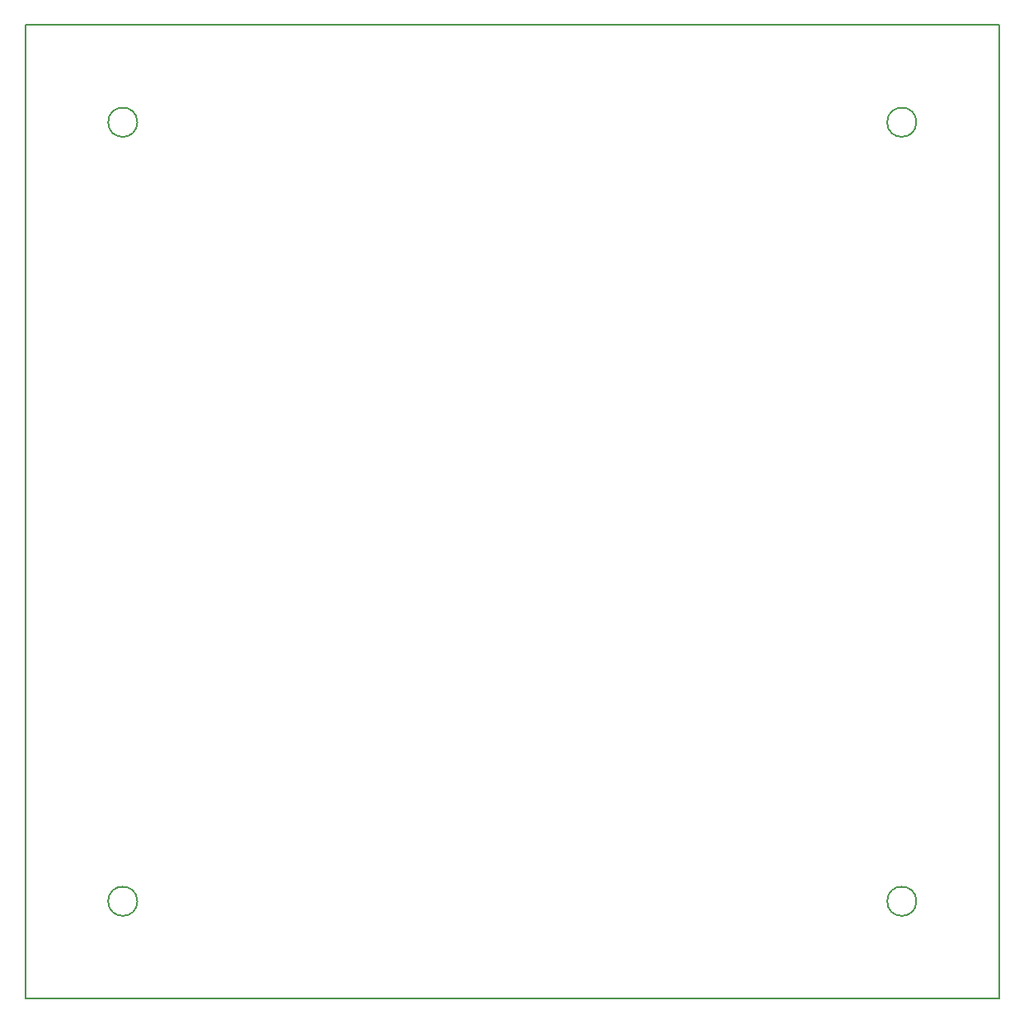
<source format=gbr>
%TF.GenerationSoftware,KiCad,Pcbnew,(6.0.7)*%
%TF.CreationDate,2022-09-04T22:45:54+08:00*%
%TF.ProjectId,6_6_2,365f365f-322e-46b6-9963-61645f706362,rev?*%
%TF.SameCoordinates,Original*%
%TF.FileFunction,Profile,NP*%
%FSLAX46Y46*%
G04 Gerber Fmt 4.6, Leading zero omitted, Abs format (unit mm)*
G04 Created by KiCad (PCBNEW (6.0.7)) date 2022-09-04 22:45:54*
%MOMM*%
%LPD*%
G01*
G04 APERTURE LIST*
%TA.AperFunction,Profile*%
%ADD10C,0.200000*%
%TD*%
G04 APERTURE END LIST*
D10*
X103500000Y-22000000D02*
G75*
G03*
X103500000Y-22000000I-1500000J0D01*
G01*
X103500000Y-102000000D02*
G75*
G03*
X103500000Y-102000000I-1500000J0D01*
G01*
X23500000Y-102000000D02*
G75*
G03*
X23500000Y-102000000I-1500000J0D01*
G01*
X23500000Y-22000000D02*
G75*
G03*
X23500000Y-22000000I-1500000J0D01*
G01*
X12000000Y-12000000D02*
X112000000Y-12000000D01*
X112000000Y-12000000D02*
X112000000Y-112000000D01*
X112000000Y-112000000D02*
X12000000Y-112000000D01*
X12000000Y-112000000D02*
X12000000Y-12000000D01*
M02*

</source>
